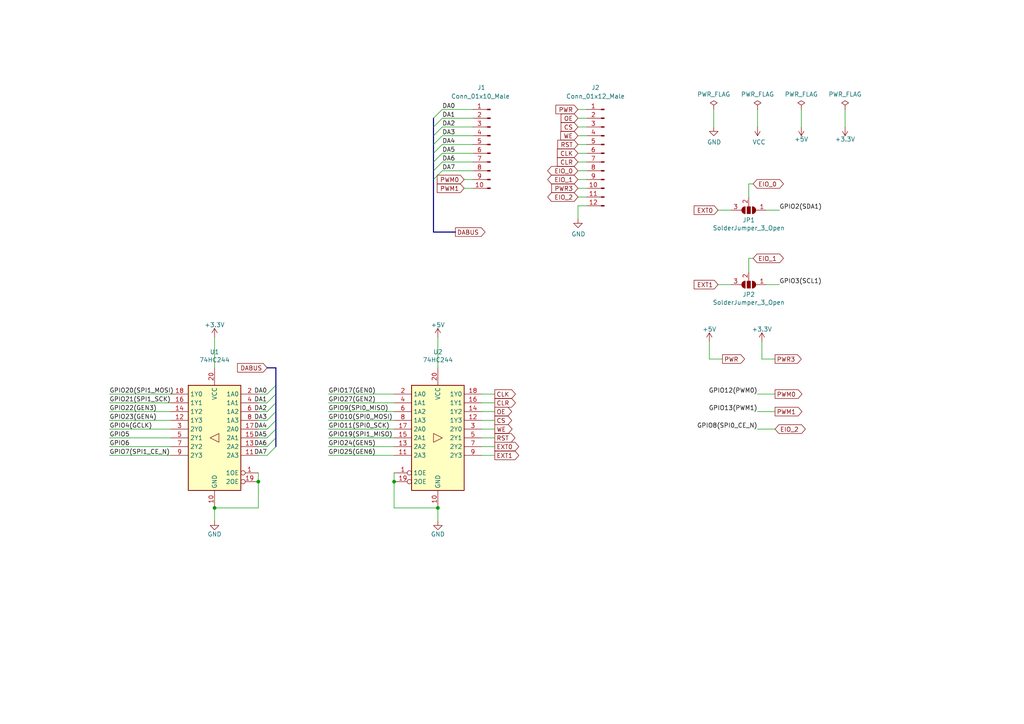
<source format=kicad_sch>
(kicad_sch (version 20211123) (generator eeschema)
  (paper "A4")
  (title_block (date "15 nov 2012"))
  (lib_symbols
    (symbol "74xx:74HC244"
      (property "Reference" "U" (at -7.62 16.51 0))
      (property "Value" "74HC244" (at -7.62 -16.51 0))
      (symbol "74HC244_1_0"
        (polyline (pts (xy 1.27 0) (xy -1.27 1.27) (xy -1.27 -1.27) (xy 1.27 0)) (stroke (width 0.1524)))
        (pin input inverted (at -12.7 -10.16 0) (length 5.08) (name "1OE") (number "1"))
        (pin power_in line (at 0 -20.32 90) (length 5.08) (name "GND") (number "10"))
        (pin input line (at -12.7 -5.08 0) (length 5.08) (name "2A3") (number "11"))
        (pin tri_state line (at 12.7 5.08 180) (length 5.08) (name "1Y3") (number "12"))
        (pin input line (at -12.7 -2.54 0) (length 5.08) (name "2A2") (number "13"))
        (pin tri_state line (at 12.7 7.62 180) (length 5.08) (name "1Y2") (number "14"))
        (pin input line (at -12.7 0 0) (length 5.08) (name "2A1") (number "15"))
        (pin tri_state line (at 12.7 10.16 180) (length 5.08) (name "1Y1") (number "16"))
        (pin input line (at -12.7 2.54 0) (length 5.08) (name "2A0") (number "17"))
        (pin tri_state line (at 12.7 12.7 180) (length 5.08) (name "1Y0") (number "18"))
        (pin input inverted (at -12.7 -12.7 0) (length 5.08) (name "2OE") (number "19"))
        (pin input line (at -12.7 12.7 0) (length 5.08) (name "1A0") (number "2"))
        (pin power_in line (at 0 20.32 270) (length 5.08) (name "VCC") (number "20"))
        (pin tri_state line (at 12.7 2.54 180) (length 5.08) (name "2Y0") (number "3"))
        (pin input line (at -12.7 10.16 0) (length 5.08) (name "1A1") (number "4"))
        (pin tri_state line (at 12.7 0 180) (length 5.08) (name "2Y1") (number "5"))
        (pin input line (at -12.7 7.62 0) (length 5.08) (name "1A2") (number "6"))
        (pin tri_state line (at 12.7 -2.54 180) (length 5.08) (name "2Y2") (number "7"))
        (pin input line (at -12.7 5.08 0) (length 5.08) (name "1A3") (number "8"))
        (pin tri_state line (at 12.7 -5.08 180) (length 5.08) (name "2Y3") (number "9"))
      )
      (symbol "74HC244_1_1"
        (rectangle (start -7.62 15.24) (end 7.62 -15.24) (stroke (width 0.254)) (fill (type background)))
      )
    )
    (symbol "Connector:Conn_01x10_Male" (pin_names (offset 1.016) hide)
      (property "Reference" "J" (at 0 12.7 0))
      (property "Value" "Conn_01x10_Male" (at 0 -15.24 0))
      (symbol "Conn_01x10_Male_1_1"
        (polyline (pts (xy 1.27 -12.7) (xy 0.8636 -12.7)) (stroke (width 0.1524)))
        (polyline (pts (xy 1.27 -10.16) (xy 0.8636 -10.16)) (stroke (width 0.1524)))
        (polyline (pts (xy 1.27 -7.62) (xy 0.8636 -7.62)) (stroke (width 0.1524)))
        (polyline (pts (xy 1.27 -5.08) (xy 0.8636 -5.08)) (stroke (width 0.1524)))
        (polyline (pts (xy 1.27 -2.54) (xy 0.8636 -2.54)) (stroke (width 0.1524)))
        (polyline (pts (xy 1.27 0) (xy 0.8636 0)) (stroke (width 0.1524)))
        (polyline (pts (xy 1.27 2.54) (xy 0.8636 2.54)) (stroke (width 0.1524)))
        (polyline (pts (xy 1.27 5.08) (xy 0.8636 5.08)) (stroke (width 0.1524)))
        (polyline (pts (xy 1.27 7.62) (xy 0.8636 7.62)) (stroke (width 0.1524)))
        (polyline (pts (xy 1.27 10.16) (xy 0.8636 10.16)) (stroke (width 0.1524)))
        (rectangle (start 0.8636 -12.573) (end 0 -12.827) (stroke (width 0.1524)) (fill (type outline)))
        (rectangle (start 0.8636 -10.033) (end 0 -10.287) (stroke (width 0.1524)) (fill (type outline)))
        (rectangle (start 0.8636 -7.493) (end 0 -7.747) (stroke (width 0.1524)) (fill (type outline)))
        (rectangle (start 0.8636 -4.953) (end 0 -5.207) (stroke (width 0.1524)) (fill (type outline)))
        (rectangle (start 0.8636 -2.413) (end 0 -2.667) (stroke (width 0.1524)) (fill (type outline)))
        (rectangle (start 0.8636 0.127) (end 0 -0.127) (stroke (width 0.1524)) (fill (type outline)))
        (rectangle (start 0.8636 2.667) (end 0 2.413) (stroke (width 0.1524)) (fill (type outline)))
        (rectangle (start 0.8636 5.207) (end 0 4.953) (stroke (width 0.1524)) (fill (type outline)))
        (rectangle (start 0.8636 7.747) (end 0 7.493) (stroke (width 0.1524)) (fill (type outline)))
        (rectangle (start 0.8636 10.287) (end 0 10.033) (stroke (width 0.1524)) (fill (type outline)))
        (pin passive line (at 5.08 10.16 180) (length 3.81) (name "Pin_1") (number "1"))
        (pin passive line (at 5.08 -12.7 180) (length 3.81) (name "Pin_10") (number "10"))
        (pin passive line (at 5.08 7.62 180) (length 3.81) (name "Pin_2") (number "2"))
        (pin passive line (at 5.08 5.08 180) (length 3.81) (name "Pin_3") (number "3"))
        (pin passive line (at 5.08 2.54 180) (length 3.81) (name "Pin_4") (number "4"))
        (pin passive line (at 5.08 0 180) (length 3.81) (name "Pin_5") (number "5"))
        (pin passive line (at 5.08 -2.54 180) (length 3.81) (name "Pin_6") (number "6"))
        (pin passive line (at 5.08 -5.08 180) (length 3.81) (name "Pin_7") (number "7"))
        (pin passive line (at 5.08 -7.62 180) (length 3.81) (name "Pin_8") (number "8"))
        (pin passive line (at 5.08 -10.16 180) (length 3.81) (name "Pin_9") (number "9"))
      )
    )
    (symbol "Connector:Conn_01x12_Male" (pin_names (offset 1.016) hide)
      (property "Reference" "J" (at 0 15.24 0))
      (property "Value" "Conn_01x12_Male" (at 0 -17.78 0))
      (symbol "Conn_01x12_Male_1_1"
        (polyline (pts (xy 1.27 -15.24) (xy 0.8636 -15.24)) (stroke (width 0.1524)))
        (polyline (pts (xy 1.27 -12.7) (xy 0.8636 -12.7)) (stroke (width 0.1524)))
        (polyline (pts (xy 1.27 -10.16) (xy 0.8636 -10.16)) (stroke (width 0.1524)))
        (polyline (pts (xy 1.27 -7.62) (xy 0.8636 -7.62)) (stroke (width 0.1524)))
        (polyline (pts (xy 1.27 -5.08) (xy 0.8636 -5.08)) (stroke (width 0.1524)))
        (polyline (pts (xy 1.27 -2.54) (xy 0.8636 -2.54)) (stroke (width 0.1524)))
        (polyline (pts (xy 1.27 0) (xy 0.8636 0)) (stroke (width 0.1524)))
        (polyline (pts (xy 1.27 2.54) (xy 0.8636 2.54)) (stroke (width 0.1524)))
        (polyline (pts (xy 1.27 5.08) (xy 0.8636 5.08)) (stroke (width 0.1524)))
        (polyline (pts (xy 1.27 7.62) (xy 0.8636 7.62)) (stroke (width 0.1524)))
        (polyline (pts (xy 1.27 10.16) (xy 0.8636 10.16)) (stroke (width 0.1524)))
        (polyline (pts (xy 1.27 12.7) (xy 0.8636 12.7)) (stroke (width 0.1524)))
        (rectangle (start 0.8636 -15.113) (end 0 -15.367) (stroke (width 0.1524)) (fill (type outline)))
        (rectangle (start 0.8636 -12.573) (end 0 -12.827) (stroke (width 0.1524)) (fill (type outline)))
        (rectangle (start 0.8636 -10.033) (end 0 -10.287) (stroke (width 0.1524)) (fill (type outline)))
        (rectangle (start 0.8636 -7.493) (end 0 -7.747) (stroke (width 0.1524)) (fill (type outline)))
        (rectangle (start 0.8636 -4.953) (end 0 -5.207) (stroke (width 0.1524)) (fill (type outline)))
        (rectangle (start 0.8636 -2.413) (end 0 -2.667) (stroke (width 0.1524)) (fill (type outline)))
        (rectangle (start 0.8636 0.127) (end 0 -0.127) (stroke (width 0.1524)) (fill (type outline)))
        (rectangle (start 0.8636 2.667) (end 0 2.413) (stroke (width 0.1524)) (fill (type outline)))
        (rectangle (start 0.8636 5.207) (end 0 4.953) (stroke (width 0.1524)) (fill (type outline)))
        (rectangle (start 0.8636 7.747) (end 0 7.493) (stroke (width 0.1524)) (fill (type outline)))
        (rectangle (start 0.8636 10.287) (end 0 10.033) (stroke (width 0.1524)) (fill (type outline)))
        (rectangle (start 0.8636 12.827) (end 0 12.573) (stroke (width 0.1524)) (fill (type outline)))
        (pin passive line (at 5.08 12.7 180) (length 3.81) (name "Pin_1") (number "1"))
        (pin passive line (at 5.08 -10.16 180) (length 3.81) (name "Pin_10") (number "10"))
        (pin passive line (at 5.08 -12.7 180) (length 3.81) (name "Pin_11") (number "11"))
        (pin passive line (at 5.08 -15.24 180) (length 3.81) (name "Pin_12") (number "12"))
        (pin passive line (at 5.08 10.16 180) (length 3.81) (name "Pin_2") (number "2"))
        (pin passive line (at 5.08 7.62 180) (length 3.81) (name "Pin_3") (number "3"))
        (pin passive line (at 5.08 5.08 180) (length 3.81) (name "Pin_4") (number "4"))
        (pin passive line (at 5.08 2.54 180) (length 3.81) (name "Pin_5") (number "5"))
        (pin passive line (at 5.08 0 180) (length 3.81) (name "Pin_6") (number "6"))
        (pin passive line (at 5.08 -2.54 180) (length 3.81) (name "Pin_7") (number "7"))
        (pin passive line (at 5.08 -5.08 180) (length 3.81) (name "Pin_8") (number "8"))
        (pin passive line (at 5.08 -7.62 180) (length 3.81) (name "Pin_9") (number "9"))
      )
    )
    (symbol "Jumper:SolderJumper_3_Open" (pin_names (offset 0) hide)
      (property "Reference" "JP" (at -2.54 -2.54 0))
      (property "Value" "SolderJumper_3_Open" (at 0 2.794 0))
      (symbol "SolderJumper_3_Open_0_1"
        (arc (start -1.016 1.016) (mid -2.032 0) (end -1.016 -1.016))
        (arc (start -1.016 1.016) (mid -2.032 0) (end -1.016 -1.016) (fill (type outline)))
        (rectangle (start -0.508 1.016) (end 0.508 -1.016) (fill (type outline)))
        (polyline (pts (xy -2.54 0) (xy -2.032 0)))
        (polyline (pts (xy -1.016 1.016) (xy -1.016 -1.016)))
        (polyline (pts (xy 0 -1.27) (xy 0 -1.016)))
        (polyline (pts (xy 1.016 1.016) (xy 1.016 -1.016)))
        (polyline (pts (xy 2.54 0) (xy 2.032 0)))
        (arc (start 1.016 -1.016) (mid 2.032 0) (end 1.016 1.016))
        (arc (start 1.016 -1.016) (mid 2.032 0) (end 1.016 1.016) (fill (type outline)))
      )
      (symbol "SolderJumper_3_Open_1_1"
        (pin passive line (at -5.08 0 0) (length 2.54) (name "A") (number "1"))
        (pin passive line (at 0 -3.81 90) (length 2.54) (name "C") (number "2"))
        (pin passive line (at 5.08 0 180) (length 2.54) (name "B") (number "3"))
      )
    )
    (symbol "power:+3.3V" (power) (pin_names (offset 0))
      (property "Value" "+3.3V" (at 0 3.556 0))
      (symbol "+3.3V_0_1"
        (polyline (pts (xy -0.762 1.27) (xy 0 2.54)))
        (polyline (pts (xy 0 0) (xy 0 2.54)))
        (polyline (pts (xy 0 2.54) (xy 0.762 1.27)))
      )
      (symbol "+3.3V_1_1"
        (pin power_in line (at 0 0 90) (length 0) hide (name "+3.3V") (number "1"))
      )
    )
    (symbol "power:+5V" (power) (pin_names (offset 0))
      (property "Value" "+5V" (at 0 3.556 0))
      (symbol "+5V_0_1"
        (polyline (pts (xy -0.762 1.27) (xy 0 2.54)))
        (polyline (pts (xy 0 0) (xy 0 2.54)))
        (polyline (pts (xy 0 2.54) (xy 0.762 1.27)))
      )
      (symbol "+5V_1_1"
        (pin power_in line (at 0 0 90) (length 0) hide (name "+5V") (number "1"))
      )
    )
    (symbol "power:GND" (power) (pin_names (offset 0))
      (property "Value" "GND" (at 0 -3.81 0))
      (symbol "GND_0_1"
        (polyline (pts (xy 0 0) (xy 0 -1.27) (xy 1.27 -1.27) (xy 0 -2.54) (xy -1.27 -1.27) (xy 0 -1.27)))
      )
      (symbol "GND_1_1"
        (pin power_in line (at 0 0 270) (length 0) hide (name "GND") (number "1"))
      )
    )
    (symbol "power:PWR_FLAG" (power) (pin_numbers hide) (pin_names (offset 0) hide)
      (property "Value" "PWR_FLAG" (at 0 3.81 0))
      (symbol "PWR_FLAG_0_0"
        (pin power_out line (at 0 0 90) (length 0) (name "pwr") (number "1"))
      )
      (symbol "PWR_FLAG_0_1"
        (polyline (pts (xy 0 0) (xy 0 1.27) (xy -1.016 1.905) (xy 0 2.54) (xy 1.016 1.905) (xy 0 1.27)))
      )
    )
    (symbol "power:VCC" (power) (pin_names (offset 0))
      (property "Value" "VCC" (at 0 3.81 0))
      (symbol "VCC_0_1"
        (polyline (pts (xy -0.762 1.27) (xy 0 2.54)))
        (polyline (pts (xy 0 0) (xy 0 2.54)))
        (polyline (pts (xy 0 2.54) (xy 0.762 1.27)))
      )
      (symbol "VCC_1_1"
        (pin power_in line (at 0 0 90) (length 0) hide (name "VCC") (number "1"))
      )
    )
  )
  (junction (at 62.23 147.32))
  (junction (at 127 147.32))
  (junction (at 74.93 139.7))
  (junction (at 114.3 139.7))
  (bus_entry (at 77.47 114.3) (size 2.54 -2.54))
  (bus_entry (at 77.47 119.38) (size 2.54 -2.54))
  (bus_entry (at 125.73 46.99) (size 2.54 -2.54))
  (bus_entry (at 125.73 44.45) (size 2.54 -2.54))
  (bus_entry (at 77.47 127) (size 2.54 -2.54))
  (bus_entry (at 125.73 34.29) (size 2.54 -2.54))
  (bus_entry (at 77.47 116.84) (size 2.54 -2.54))
  (bus_entry (at 125.73 41.91) (size 2.54 -2.54))
  (bus_entry (at 125.73 49.53) (size 2.54 -2.54))
  (bus_entry (at 77.47 132.08) (size 2.54 -2.54))
  (bus_entry (at 77.47 129.54) (size 2.54 -2.54))
  (bus_entry (at 125.73 39.37) (size 2.54 -2.54))
  (bus_entry (at 77.47 121.92) (size 2.54 -2.54))
  (bus_entry (at 125.73 52.07) (size 2.54 -2.54))
  (bus_entry (at 77.47 124.46) (size 2.54 -2.54))
  (bus_entry (at 125.73 36.83) (size 2.54 -2.54))
  (wire (pts (xy 219.71 124.46) (xy 224.79 124.46)))
  (wire (pts (xy 219.71 119.38) (xy 224.79 119.38)))
  (wire (pts (xy 219.71 114.3) (xy 224.79 114.3)))
  (wire (pts (xy 128.27 41.91) (xy 137.16 41.91)))
  (wire (pts (xy 222.25 60.96) (xy 226.06 60.96)))
  (wire (pts (xy 62.23 147.32) (xy 62.23 151.13)))
  (bus (pts (xy 125.73 44.45) (xy 125.73 46.99)))
  (bus (pts (xy 125.73 34.29) (xy 125.73 36.83)))
  (wire (pts (xy 31.75 124.46) (xy 49.53 124.46)))
  (wire (pts (xy 139.7 127) (xy 143.51 127)))
  (wire (pts (xy 77.47 121.92) (xy 74.93 121.92)))
  (wire (pts (xy 128.27 31.75) (xy 137.16 31.75)))
  (wire (pts (xy 167.64 44.45) (xy 170.18 44.45)))
  (bus (pts (xy 80.01 111.76) (xy 80.01 114.3)))
  (wire (pts (xy 77.47 132.08) (xy 74.93 132.08)))
  (wire (pts (xy 74.93 137.16) (xy 74.93 139.7)))
  (wire (pts (xy 217.17 53.34) (xy 218.44 53.34)))
  (wire (pts (xy 139.7 121.92) (xy 143.51 121.92)))
  (wire (pts (xy 143.51 124.46) (xy 139.7 124.46)))
  (wire (pts (xy 127 97.79) (xy 127 106.68)))
  (wire (pts (xy 77.47 116.84) (xy 74.93 116.84)))
  (wire (pts (xy 128.27 49.53) (xy 137.16 49.53)))
  (wire (pts (xy 143.51 129.54) (xy 139.7 129.54)))
  (wire (pts (xy 220.98 99.06) (xy 220.98 104.14)))
  (wire (pts (xy 207.01 31.75) (xy 207.01 36.83)))
  (wire (pts (xy 74.93 147.32) (xy 62.23 147.32)))
  (bus (pts (xy 77.47 106.68) (xy 80.01 106.68)))
  (wire (pts (xy 114.3 127) (xy 95.25 127)))
  (wire (pts (xy 208.28 60.96) (xy 212.09 60.96)))
  (wire (pts (xy 128.27 36.83) (xy 137.16 36.83)))
  (wire (pts (xy 170.18 54.61) (xy 167.64 54.61)))
  (wire (pts (xy 205.74 99.06) (xy 205.74 104.14)))
  (bus (pts (xy 125.73 49.53) (xy 125.73 52.07)))
  (wire (pts (xy 167.64 39.37) (xy 170.18 39.37)))
  (wire (pts (xy 217.17 74.93) (xy 218.44 74.93)))
  (wire (pts (xy 114.3 116.84) (xy 95.25 116.84)))
  (wire (pts (xy 217.17 53.34) (xy 217.17 57.15)))
  (wire (pts (xy 49.53 127) (xy 31.75 127)))
  (wire (pts (xy 74.93 139.7) (xy 74.93 147.32)))
  (wire (pts (xy 139.7 119.38) (xy 143.51 119.38)))
  (bus (pts (xy 125.73 67.31) (xy 132.08 67.31)))
  (wire (pts (xy 137.16 54.61) (xy 134.62 54.61)))
  (wire (pts (xy 49.53 132.08) (xy 31.75 132.08)))
  (wire (pts (xy 217.17 74.93) (xy 217.17 78.74)))
  (bus (pts (xy 125.73 46.99) (xy 125.73 49.53)))
  (wire (pts (xy 74.93 114.3) (xy 77.47 114.3)))
  (wire (pts (xy 31.75 119.38) (xy 49.53 119.38)))
  (wire (pts (xy 219.71 31.75) (xy 219.71 36.83)))
  (wire (pts (xy 95.25 114.3) (xy 114.3 114.3)))
  (wire (pts (xy 114.3 147.32) (xy 127 147.32)))
  (bus (pts (xy 80.01 114.3) (xy 80.01 116.84)))
  (wire (pts (xy 139.7 132.08) (xy 143.51 132.08)))
  (wire (pts (xy 114.3 139.7) (xy 114.3 147.32)))
  (wire (pts (xy 114.3 121.92) (xy 95.25 121.92)))
  (wire (pts (xy 170.18 41.91) (xy 167.64 41.91)))
  (wire (pts (xy 167.64 49.53) (xy 170.18 49.53)))
  (wire (pts (xy 74.93 124.46) (xy 77.47 124.46)))
  (bus (pts (xy 80.01 127) (xy 80.01 129.54)))
  (wire (pts (xy 128.27 46.99) (xy 137.16 46.99)))
  (wire (pts (xy 128.27 39.37) (xy 137.16 39.37)))
  (wire (pts (xy 208.28 82.55) (xy 212.09 82.55)))
  (wire (pts (xy 95.25 119.38) (xy 114.3 119.38)))
  (wire (pts (xy 139.7 114.3) (xy 143.51 114.3)))
  (wire (pts (xy 128.27 34.29) (xy 137.16 34.29)))
  (wire (pts (xy 245.11 31.75) (xy 245.11 36.83)))
  (bus (pts (xy 80.01 106.68) (xy 80.01 111.76)))
  (wire (pts (xy 222.25 82.55) (xy 226.06 82.55)))
  (wire (pts (xy 167.64 59.69) (xy 167.64 63.5)))
  (wire (pts (xy 232.41 31.75) (xy 232.41 36.83)))
  (wire (pts (xy 74.93 129.54) (xy 77.47 129.54)))
  (wire (pts (xy 49.53 121.92) (xy 31.75 121.92)))
  (wire (pts (xy 139.7 116.84) (xy 143.51 116.84)))
  (bus (pts (xy 80.01 124.46) (xy 80.01 127)))
  (wire (pts (xy 170.18 57.15) (xy 167.64 57.15)))
  (wire (pts (xy 167.64 31.75) (xy 170.18 31.75)))
  (wire (pts (xy 205.74 104.14) (xy 209.55 104.14)))
  (wire (pts (xy 31.75 129.54) (xy 49.53 129.54)))
  (wire (pts (xy 31.75 114.3) (xy 49.53 114.3)))
  (wire (pts (xy 114.3 132.08) (xy 95.25 132.08)))
  (wire (pts (xy 170.18 46.99) (xy 167.64 46.99)))
  (wire (pts (xy 128.27 44.45) (xy 137.16 44.45)))
  (wire (pts (xy 95.25 124.46) (xy 114.3 124.46)))
  (wire (pts (xy 95.25 129.54) (xy 114.3 129.54)))
  (bus (pts (xy 125.73 52.07) (xy 125.73 67.31)))
  (wire (pts (xy 137.16 52.07) (xy 134.62 52.07)))
  (bus (pts (xy 125.73 36.83) (xy 125.73 39.37)))
  (wire (pts (xy 77.47 127) (xy 74.93 127)))
  (wire (pts (xy 74.93 119.38) (xy 77.47 119.38)))
  (bus (pts (xy 125.73 39.37) (xy 125.73 41.91)))
  (wire (pts (xy 170.18 36.83) (xy 167.64 36.83)))
  (wire (pts (xy 114.3 137.16) (xy 114.3 139.7)))
  (wire (pts (xy 127 151.13) (xy 127 147.32)))
  (wire (pts (xy 220.98 104.14) (xy 224.79 104.14)))
  (wire (pts (xy 167.64 59.69) (xy 170.18 59.69)))
  (wire (pts (xy 170.18 52.07) (xy 167.64 52.07)))
  (bus (pts (xy 80.01 119.38) (xy 80.01 121.92)))
  (wire (pts (xy 31.75 116.84) (xy 49.53 116.84)))
  (bus (pts (xy 80.01 121.92) (xy 80.01 124.46)))
  (bus (pts (xy 80.01 116.84) (xy 80.01 119.38)))
  (wire (pts (xy 167.64 34.29) (xy 170.18 34.29)))
  (wire (pts (xy 62.23 97.79) (xy 62.23 106.68)))
  (bus (pts (xy 125.73 41.91) (xy 125.73 44.45)))
  (label "GPIO19(SPI1_MISO)" (at 95.25 127 0))
  (label "GPIO6" (at 31.75 129.54 0))
  (label "GPIO3(SCL1)" (at 226.06 82.55 0))
  (label "GPIO10(SPI0_MOSI)" (at 95.25 121.92 0))
  (label "GPIO13(PWM1)" (at 219.71 119.38 180))
  (label "GPIO4(GCLK)" (at 31.75 124.46 0))
  (label "GPIO8(SPI0_CE_N)" (at 219.71 124.46 180))
  (label "GPIO17(GEN0)" (at 95.25 114.3 0))
  (label "DA1" (at 128.27 34.29 0))
  (label "GPIO12(PWM0)" (at 219.71 114.3 180))
  (label "GPIO24(GEN5)" (at 95.25 129.54 0))
  (label "GPIO20(SPI1_MOSI)" (at 31.75 114.3 0))
  (label "DA3" (at 77.47 121.92 180))
  (label "DA5" (at 128.27 44.45 0))
  (label "GPIO21(SPI1_SCK)" (at 31.75 116.84 0))
  (label "DA1" (at 77.47 116.84 180))
  (label "DA7" (at 128.27 49.53 0))
  (label "DA2" (at 77.47 119.38 180))
  (label "DA4" (at 128.27 41.91 0))
  (label "GPIO7(SPI1_CE_N)" (at 31.75 132.08 0))
  (label "GPIO9(SPI0_MISO)" (at 95.25 119.38 0))
  (label "DA2" (at 128.27 36.83 0))
  (label "GPIO2(SDA1)" (at 226.06 60.96 0))
  (label "GPIO11(SPI0_SCK)" (at 95.25 124.46 0))
  (label "GPIO27(GEN2)" (at 95.25 116.84 0))
  (label "DA7" (at 77.47 132.08 180))
  (label "DA6" (at 77.47 129.54 180))
  (label "GPIO22(GEN3)" (at 31.75 119.38 0))
  (label "DA6" (at 128.27 46.99 0))
  (label "DA5" (at 77.47 127 180))
  (label "GPIO5" (at 31.75 127 0))
  (label "DA3" (at 128.27 39.37 0))
  (label "DA0" (at 128.27 31.75 0))
  (label "GPIO23(GEN4)" (at 31.75 121.92 0))
  (label "DA0" (at 77.47 114.3 180))
  (label "GPIO25(GEN6)" (at 95.25 132.08 0))
  (label "DA4" (at 77.47 124.46 180))
  (global_label "CS" (shape input) (at 167.64 36.83 180) (property "Intersheet References" "${INTERSHEET_REFS}" (effects hide)))
  (global_label "EXT1" (shape output) (at 143.51 132.08 0) (property "Intersheet References" "${INTERSHEET_REFS}" (effects hide)))
  (global_label "RST" (shape input) (at 167.64 41.91 180) (property "Intersheet References" "${INTERSHEET_REFS}" (effects hide)))
  (global_label "OE" (shape output) (at 143.51 119.38 0) (property "Intersheet References" "${INTERSHEET_REFS}" (effects hide)))
  (global_label "EIO_2" (shape bidirectional) (at 224.79 124.46 0) (property "Intersheet References" "${INTERSHEET_REFS}" (effects hide)))
  (global_label "DABUS" (shape output) (at 132.08 67.31 0) (property "Intersheet References" "${INTERSHEET_REFS}" (effects hide)))
  (global_label "EIO_1" (shape bidirectional) (at 167.64 52.07 180) (property "Intersheet References" "${INTERSHEET_REFS}" (effects hide)))
  (global_label "EIO_0" (shape bidirectional) (at 218.44 53.34 0) (property "Intersheet References" "${INTERSHEET_REFS}" (effects hide)))
  (global_label "EIO_2" (shape bidirectional) (at 167.64 57.15 180) (property "Intersheet References" "${INTERSHEET_REFS}" (effects hide)))
  (global_label "RST" (shape output) (at 143.51 127 0) (property "Intersheet References" "${INTERSHEET_REFS}" (effects hide)))
  (global_label "OE" (shape input) (at 167.64 34.29 180) (property "Intersheet References" "${INTERSHEET_REFS}" (effects hide)))
  (global_label "PWM1" (shape output) (at 224.79 119.38 0) (property "Intersheet References" "${INTERSHEET_REFS}" (effects hide)))
  (global_label "CLR" (shape input) (at 167.64 46.99 180) (property "Intersheet References" "${INTERSHEET_REFS}" (effects hide)))
  (global_label "EXT0" (shape input) (at 208.28 60.96 180) (property "Intersheet References" "${INTERSHEET_REFS}" (effects hide)))
  (global_label "EXT1" (shape input) (at 208.28 82.55 180) (property "Intersheet References" "${INTERSHEET_REFS}" (effects hide)))
  (global_label "CS" (shape output) (at 143.51 121.92 0) (property "Intersheet References" "${INTERSHEET_REFS}" (effects hide)))
  (global_label "PWR3" (shape output) (at 224.79 104.14 0) (property "Intersheet References" "${INTERSHEET_REFS}" (effects hide)))
  (global_label "WE" (shape output) (at 143.51 124.46 0) (property "Intersheet References" "${INTERSHEET_REFS}" (effects hide)))
  (global_label "EXT0" (shape output) (at 143.51 129.54 0) (property "Intersheet References" "${INTERSHEET_REFS}" (effects hide)))
  (global_label "CLK" (shape input) (at 167.64 44.45 180) (property "Intersheet References" "${INTERSHEET_REFS}" (effects hide)))
  (global_label "PWR3" (shape input) (at 167.64 54.61 180) (property "Intersheet References" "${INTERSHEET_REFS}" (effects hide)))
  (global_label "CLR" (shape output) (at 143.51 116.84 0) (property "Intersheet References" "${INTERSHEET_REFS}" (effects hide)))
  (global_label "PWM0" (shape output) (at 224.79 114.3 0) (property "Intersheet References" "${INTERSHEET_REFS}" (effects hide)))
  (global_label "EIO_0" (shape bidirectional) (at 167.64 49.53 180) (property "Intersheet References" "${INTERSHEET_REFS}" (effects hide)))
  (global_label "CLK" (shape output) (at 143.51 114.3 0) (property "Intersheet References" "${INTERSHEET_REFS}" (effects hide)))
  (global_label "PWR" (shape output) (at 209.55 104.14 0) (property "Intersheet References" "${INTERSHEET_REFS}" (effects hide)))
  (global_label "DABUS" (shape input) (at 77.47 106.68 180) (property "Intersheet References" "${INTERSHEET_REFS}" (effects hide)))
  (global_label "PWM0" (shape input) (at 134.62 52.07 180) (property "Intersheet References" "${INTERSHEET_REFS}" (effects hide)))
  (global_label "EIO_1" (shape bidirectional) (at 218.44 74.93 0) (property "Intersheet References" "${INTERSHEET_REFS}" (effects hide)))
  (global_label "PWR" (shape input) (at 167.64 31.75 180) (property "Intersheet References" "${INTERSHEET_REFS}" (effects hide)))
  (global_label "WE" (shape input) (at 167.64 39.37 180) (property "Intersheet References" "${INTERSHEET_REFS}" (effects hide)))
  (global_label "PWM1" (shape input) (at 134.62 54.61 180) (property "Intersheet References" "${INTERSHEET_REFS}" (effects hide)))
  (symbol (lib_id "power:GND") (at 62.23 151.13 0) (mirror y) (unit 1)
    (property "Reference" "#PWR04" (effects hide))
    (property "Value" "GND" (at 62.23 154.94 0))
  )
  (symbol (lib_id "power:GND") (at 127 151.13 0) (mirror y) (unit 1)
    (property "Reference" "#PWR08" (effects hide))
    (property "Value" "GND" (at 127 154.94 0))
  )
  (symbol (lib_id "power:+5V") (at 127 97.79 0) (unit 1)
    (property "Reference" "#PWR07" (effects hide))
    (property "Value" "+5V" (at 127 94.234 0))
  )
  (symbol (lib_id "power:+3.3V") (at 62.23 97.79 0) (unit 1)
    (property "Reference" "#PWR03" (effects hide))
    (property "Value" "+3.3V" (at 62.23 94.234 0))
  )
  (symbol (lib_id "power:PWR_FLAG") (at 232.41 31.75 0) (unit 1)
    (property "Reference" "#FLG03" (effects hide))
    (property "Value" "PWR_FLAG" (at 232.41 27.3558 0))
  )
  (symbol (lib_id "power:PWR_FLAG") (at 245.11 31.75 0) (unit 1)
    (property "Reference" "#FLG04" (effects hide))
    (property "Value" "PWR_FLAG" (at 245.11 27.3558 0))
  )
  (symbol (lib_id "power:+5V") (at 232.41 36.83 180) (unit 1)
    (property "Reference" "#PWR014" (effects hide))
    (property "Value" "+5V" (at 232.41 40.386 0))
  )
  (symbol (lib_id "power:+3.3V") (at 245.11 36.83 180) (unit 1)
    (property "Reference" "#PWR015" (effects hide))
    (property "Value" "+3.3V" (at 245.11 40.386 0))
  )
  (symbol (lib_id "Connector:Conn_01x10_Male") (at 142.24 41.91 0) (mirror y) (unit 1)
    (property "Reference" "J1" (at 138.43 25.4 0) (effects (justify right)))
    (property "Value" "Conn_01x10_Male" (at 130.81 27.94 0) (effects (justify right)))
    (property "Footprint" "Connector_PinHeader_2.54mm:PinHeader_1x10_P2.54mm_Vertical" (effects hide))
  )
  (symbol (lib_id "Jumper:SolderJumper_3_Open") (at 217.17 60.96 180) (unit 1)
    (property "Reference" "JP1" (at 217.17 63.8302 0))
    (property "Value" "SolderJumper_3_Open" (at 217.17 66.1416 0))
    (property "Footprint" "Jumper:SolderJumper-3_P1.3mm_Open_RoundedPad1.0x1.5mm_NumberLabels" (effects hide))
  )
  (symbol (lib_id "Jumper:SolderJumper_3_Open") (at 217.17 82.55 180) (unit 1)
    (property "Reference" "JP2" (at 217.17 85.4202 0))
    (property "Value" "SolderJumper_3_Open" (at 217.17 87.7316 0))
    (property "Footprint" "Jumper:SolderJumper-3_P1.3mm_Open_RoundedPad1.0x1.5mm_NumberLabels" (effects hide))
  )
  (symbol (lib_id "power:PWR_FLAG") (at 207.01 31.75 0) (unit 1)
    (property "Reference" "#FLG01" (effects hide))
    (property "Value" "PWR_FLAG" (at 207.01 27.3558 0))
  )
  (symbol (lib_id "power:PWR_FLAG") (at 219.71 31.75 0) (unit 1)
    (property "Reference" "#FLG02" (effects hide))
    (property "Value" "PWR_FLAG" (at 219.71 27.3558 0))
  )
  (symbol (lib_id "power:GND") (at 207.01 36.83 0) (unit 1)
    (property "Reference" "#PWR011" (effects hide))
    (property "Value" "GND" (at 207.137 41.2242 0))
  )
  (symbol (lib_id "power:VCC") (at 219.71 36.83 0) (mirror x) (unit 1)
    (property "Reference" "#PWR012" (effects hide))
    (property "Value" "VCC" (at 220.1418 41.2242 0))
  )
  (symbol (lib_id "Connector:Conn_01x12_Male") (at 175.26 44.45 0) (mirror y) (unit 1)
    (property "Reference" "J2" (at 172.72 25.4 0))
    (property "Value" "Conn_01x12_Male" (at 172.72 27.94 0))
    (property "Footprint" "Connector_PinHeader_2.54mm:PinHeader_1x12_P2.54mm_Vertical" (effects hide))
  )
  (symbol (lib_id "74xx:74HC244") (at 62.23 127 0) (mirror y) (unit 1)
    (property "Reference" "U1" (at 62.23 102.0826 0))
    (property "Value" "74HC244" (at 62.23 104.394 0))
    (property "Footprint" "Package_DIP:DIP-20_W7.62mm" (effects hide))
    (property "Datasheet" "https://assets.nexperia.com/documents/data-sheet/74HC_HCT244.pdf" (effects hide))
  )
  (symbol (lib_id "74xx:74HC244") (at 127 127 0) (unit 1)
    (property "Reference" "U2" (at 127 102.0826 0))
    (property "Value" "74HC244" (at 127 104.394 0))
    (property "Footprint" "Package_DIP:DIP-20_W7.62mm" (effects hide))
    (property "Datasheet" "https://assets.nexperia.com/documents/data-sheet/74HC_HCT244.pdf" (effects hide))
  )
  (symbol (lib_id "power:+5V") (at 205.74 99.06 0) (unit 1)
    (property "Reference" "#PWR010" (effects hide))
    (property "Value" "+5V" (at 205.74 95.504 0))
  )
  (symbol (lib_id "power:GND") (at 167.64 63.5 0) (unit 1)
    (property "Reference" "#PWR09" (effects hide))
    (property "Value" "GND" (at 167.767 67.8942 0))
  )
  (symbol (lib_id "power:+3.3V") (at 220.98 99.06 0) (unit 1)
    (property "Reference" "#PWR013" (effects hide))
    (property "Value" "+3.3V" (at 220.98 95.504 0))
  )
)
</source>
